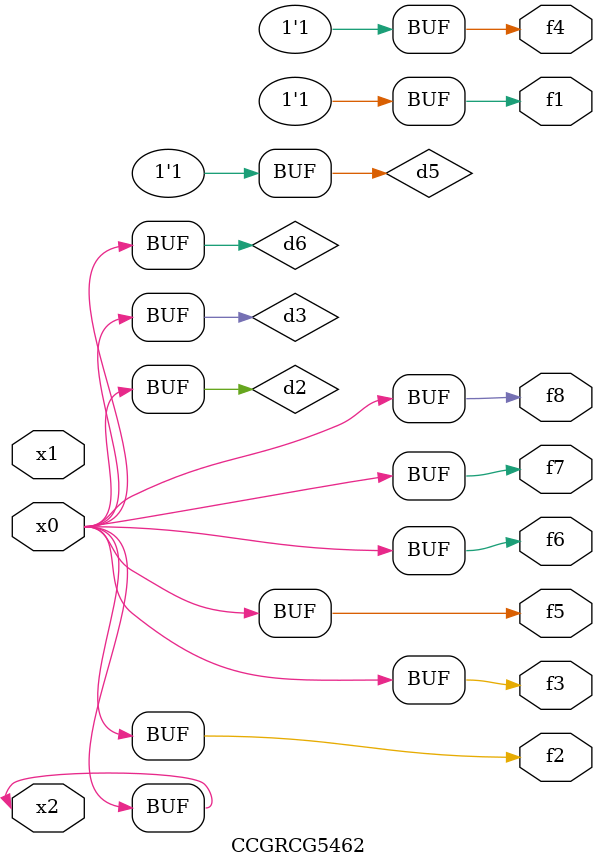
<source format=v>
module CCGRCG5462(
	input x0, x1, x2,
	output f1, f2, f3, f4, f5, f6, f7, f8
);

	wire d1, d2, d3, d4, d5, d6;

	xnor (d1, x2);
	buf (d2, x0, x2);
	and (d3, x0);
	xnor (d4, x1, x2);
	nand (d5, d1, d3);
	buf (d6, d2, d3);
	assign f1 = d5;
	assign f2 = d6;
	assign f3 = d6;
	assign f4 = d5;
	assign f5 = d6;
	assign f6 = d6;
	assign f7 = d6;
	assign f8 = d6;
endmodule

</source>
